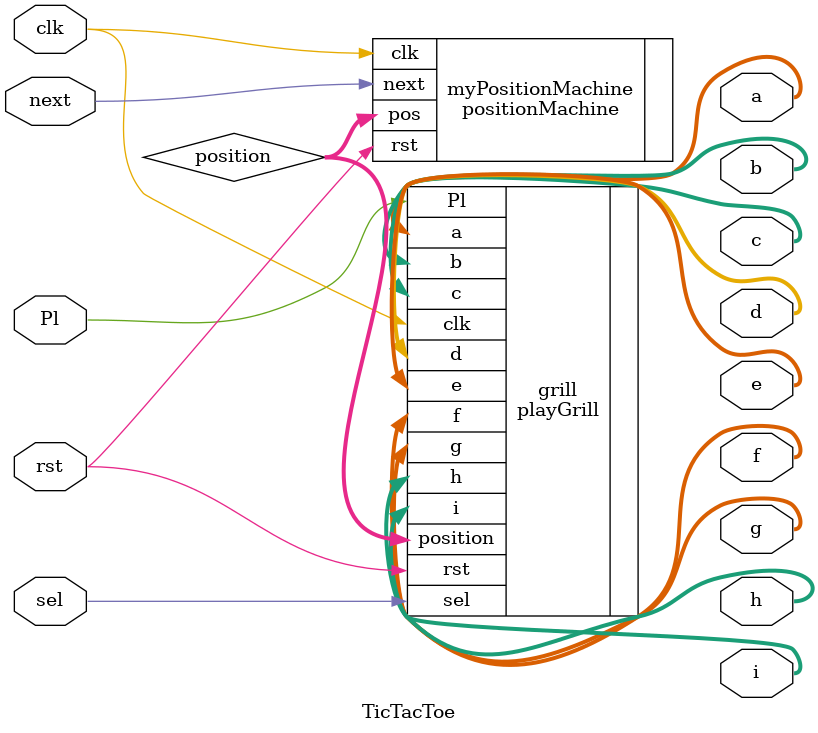
<source format=sv>
module TicTacToe(input Pl,sel,next,rst,clk,output [1:0] a,b,c,d,e,f,g,h,i);
	logic [3:0] position;
	positionMachine myPositionMachine(.clk(clk),.rst(rst),.next(next), .pos(position));
	playGrill grill (.position(position) ,.sel(sel),.Pl(Pl),.clk(clk),.rst(rst),.a(a),.b(b),.c(c),.d(d),.e(e),.f(f),.g(g),.h(h),.i(i));
endmodule 
</source>
